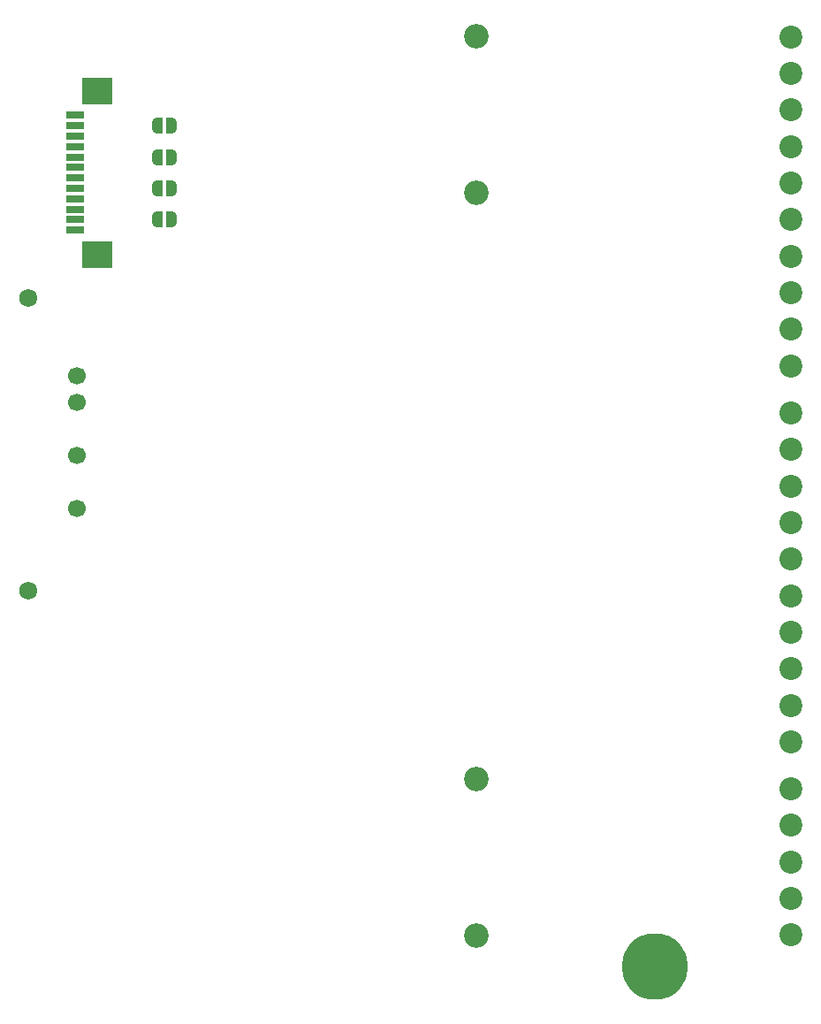
<source format=gbr>
%TF.GenerationSoftware,KiCad,Pcbnew,9.0.2*%
%TF.CreationDate,2025-06-13T14:26:49+03:00*%
%TF.ProjectId,PMCNV-DQ16src,504d434e-562d-4445-9131-367372632e6b,rev?*%
%TF.SameCoordinates,Original*%
%TF.FileFunction,Soldermask,Bot*%
%TF.FilePolarity,Negative*%
%FSLAX46Y46*%
G04 Gerber Fmt 4.6, Leading zero omitted, Abs format (unit mm)*
G04 Created by KiCad (PCBNEW 9.0.2) date 2025-06-13 14:26:49*
%MOMM*%
%LPD*%
G01*
G04 APERTURE LIST*
G04 Aperture macros list*
%AMFreePoly0*
4,1,23,0.500000,-0.750000,0.000000,-0.750000,0.000000,-0.745722,-0.065263,-0.745722,-0.191342,-0.711940,-0.304381,-0.646677,-0.396677,-0.554381,-0.461940,-0.441342,-0.495722,-0.315263,-0.495722,-0.250000,-0.500000,-0.250000,-0.500000,0.250000,-0.495722,0.250000,-0.495722,0.315263,-0.461940,0.441342,-0.396677,0.554381,-0.304381,0.646677,-0.191342,0.711940,-0.065263,0.745722,0.000000,0.745722,
0.000000,0.750000,0.500000,0.750000,0.500000,-0.750000,0.500000,-0.750000,$1*%
%AMFreePoly1*
4,1,23,0.000000,0.745722,0.065263,0.745722,0.191342,0.711940,0.304381,0.646677,0.396677,0.554381,0.461940,0.441342,0.495722,0.315263,0.495722,0.250000,0.500000,0.250000,0.500000,-0.250000,0.495722,-0.250000,0.495722,-0.315263,0.461940,-0.441342,0.396677,-0.554381,0.304381,-0.646677,0.191342,-0.711940,0.065263,-0.745722,0.000000,-0.745722,0.000000,-0.750000,-0.500000,-0.750000,
-0.500000,0.750000,0.000000,0.750000,0.000000,0.745722,0.000000,0.745722,$1*%
G04 Aperture macros list end*
%ADD10C,2.200000*%
%ADD11C,2.350000*%
%ADD12C,1.700000*%
%ADD13O,6.350000X6.350000*%
%ADD14C,1.725000*%
%ADD15FreePoly0,0.000000*%
%ADD16FreePoly1,0.000000*%
%ADD17R,1.803400X0.635000*%
%ADD18R,2.997200X2.590800*%
G04 APERTURE END LIST*
D10*
%TO.C,J6*%
X35000000Y-43000000D03*
X35000000Y-39500000D03*
X35000000Y-36000000D03*
X35000000Y-32500000D03*
X35000000Y-29000000D03*
%TD*%
%TO.C,J5*%
X35000000Y-24500000D03*
X35000000Y-21000000D03*
X35000000Y-17500000D03*
X35000000Y-14000000D03*
X35000000Y-10500000D03*
X35000000Y-7000000D03*
X35000000Y-3500000D03*
X35000000Y0D03*
X35000000Y3500000D03*
X35000000Y7000000D03*
%TD*%
%TO.C,J3*%
X35000000Y11500000D03*
X35000000Y15000000D03*
X35000000Y18500000D03*
X35000000Y22000000D03*
X35000000Y25500000D03*
X35000000Y29000000D03*
X35000000Y32500000D03*
X35000000Y36000000D03*
X35000000Y39500000D03*
X35000000Y43000000D03*
%TD*%
D11*
%TO.C,U8*%
X4920000Y28060000D03*
X4920000Y43060000D03*
%TD*%
%TO.C,U9*%
X4920000Y-28060000D03*
X4920000Y-43060000D03*
%TD*%
D12*
%TO.C,PS1*%
X-33375000Y-2160000D03*
X-33375000Y2920000D03*
X-33375000Y8000000D03*
X-33375000Y10540000D03*
%TD*%
D13*
%TO.C,PE1*%
X22000000Y-46000000D03*
%TD*%
D14*
%TO.C,U2*%
X-38000000Y18000000D03*
%TD*%
%TO.C,U5*%
X-38000000Y-10000000D03*
%TD*%
D15*
%TO.C,JP2*%
X-25650000Y31500000D03*
D16*
X-24350000Y31500000D03*
%TD*%
D15*
%TO.C,JP4*%
X-25650000Y25500000D03*
D16*
X-24350000Y25500000D03*
%TD*%
D15*
%TO.C,JP1*%
X-25650000Y34500000D03*
D16*
X-24350000Y34500000D03*
%TD*%
D15*
%TO.C,JP3*%
X-25650000Y28500000D03*
D16*
X-24350000Y28500000D03*
%TD*%
D17*
%TO.C,J7*%
X-33556000Y35499992D03*
X-33556000Y34499994D03*
X-33556000Y33499996D03*
X-33556000Y32499998D03*
X-33556000Y31500000D03*
X-33556000Y30500000D03*
X-33556000Y29500000D03*
X-33556000Y28500000D03*
X-33556000Y27500002D03*
X-33556000Y26500004D03*
X-33556000Y25500006D03*
X-33556000Y24500008D03*
D18*
X-31385999Y37850003D03*
X-31385999Y22149997D03*
%TD*%
M02*

</source>
